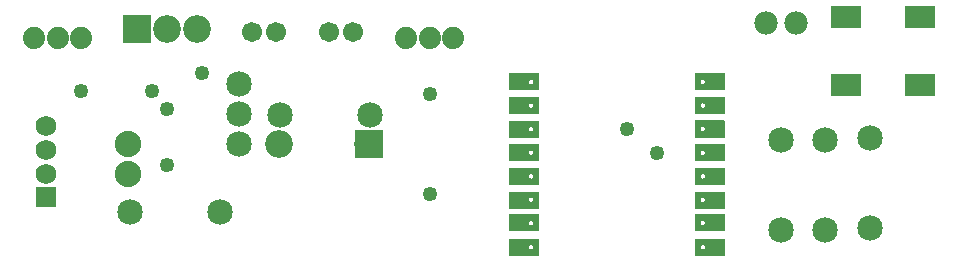
<source format=gts>
G04 MADE WITH FRITZING*
G04 WWW.FRITZING.ORG*
G04 DOUBLE SIDED*
G04 HOLES PLATED*
G04 CONTOUR ON CENTER OF CONTOUR VECTOR*
%ASAXBY*%
%FSLAX23Y23*%
%MOIN*%
%OFA0B0*%
%SFA1.0B1.0*%
%ADD10C,0.049370*%
%ADD11C,0.085000*%
%ADD12C,0.092000*%
%ADD13C,0.069200*%
%ADD14C,0.077559*%
%ADD15C,0.067000*%
%ADD16C,0.074000*%
%ADD17C,0.088000*%
%ADD18R,0.092000X0.092000*%
%ADD19R,0.069200X0.069200*%
%ADD20R,0.100551X0.072992*%
%ADD21R,0.001000X0.001000*%
%LNMASK1*%
G90*
G70*
G54D10*
X2088Y464D03*
X2187Y385D03*
G54D11*
X792Y615D03*
X792Y515D03*
X792Y415D03*
G54D12*
X1225Y415D03*
X927Y415D03*
G54D13*
X149Y238D03*
X149Y474D03*
X149Y395D03*
X149Y316D03*
G54D14*
X2650Y818D03*
X2550Y818D03*
G54D15*
X838Y789D03*
X917Y789D03*
X838Y789D03*
X917Y789D03*
G54D16*
X1350Y769D03*
X1429Y769D03*
X1508Y769D03*
X1350Y769D03*
X1429Y769D03*
X1508Y769D03*
G54D15*
X1094Y789D03*
X1173Y789D03*
X1094Y789D03*
X1173Y789D03*
G54D12*
X455Y799D03*
X555Y799D03*
X655Y799D03*
G54D11*
X930Y513D03*
X1230Y513D03*
X2896Y434D03*
X2896Y134D03*
G54D10*
X553Y533D03*
G54D11*
X730Y188D03*
X430Y188D03*
X2600Y129D03*
X2600Y429D03*
X2748Y129D03*
X2748Y429D03*
G54D17*
X425Y415D03*
X425Y315D03*
G54D10*
X553Y346D03*
X1429Y248D03*
X1429Y582D03*
G54D16*
X110Y769D03*
X189Y769D03*
X268Y769D03*
X110Y769D03*
X189Y769D03*
X268Y769D03*
G54D10*
X671Y651D03*
X504Y592D03*
X268Y592D03*
G54D18*
X1226Y415D03*
G54D19*
X149Y238D03*
G54D18*
X455Y799D03*
G54D20*
X2817Y838D03*
X3065Y838D03*
X2817Y612D03*
X3065Y612D03*
G54D21*
X1694Y650D02*
X1792Y650D01*
X2314Y650D02*
X2412Y650D01*
X1694Y649D02*
X1792Y649D01*
X2314Y649D02*
X2412Y649D01*
X1694Y648D02*
X1792Y648D01*
X2314Y648D02*
X2412Y648D01*
X1694Y647D02*
X1792Y647D01*
X2314Y647D02*
X2412Y647D01*
X1694Y646D02*
X1792Y646D01*
X2314Y646D02*
X2412Y646D01*
X1694Y645D02*
X1792Y645D01*
X2314Y645D02*
X2412Y645D01*
X1694Y644D02*
X1792Y644D01*
X2314Y644D02*
X2412Y644D01*
X1694Y643D02*
X1792Y643D01*
X2314Y643D02*
X2412Y643D01*
X1694Y642D02*
X1792Y642D01*
X2314Y642D02*
X2412Y642D01*
X1694Y641D02*
X1792Y641D01*
X2314Y641D02*
X2412Y641D01*
X1694Y640D02*
X1792Y640D01*
X2314Y640D02*
X2412Y640D01*
X1694Y639D02*
X1792Y639D01*
X2314Y639D02*
X2412Y639D01*
X1694Y638D02*
X1792Y638D01*
X2314Y638D02*
X2412Y638D01*
X1694Y637D02*
X1792Y637D01*
X2314Y637D02*
X2412Y637D01*
X1694Y636D02*
X1792Y636D01*
X2314Y636D02*
X2412Y636D01*
X1694Y635D02*
X1792Y635D01*
X2314Y635D02*
X2412Y635D01*
X1694Y634D02*
X1792Y634D01*
X2314Y634D02*
X2412Y634D01*
X1694Y633D02*
X1792Y633D01*
X2314Y633D02*
X2412Y633D01*
X1694Y632D02*
X1792Y632D01*
X2314Y632D02*
X2412Y632D01*
X1694Y631D02*
X1792Y631D01*
X2314Y631D02*
X2412Y631D01*
X1694Y630D02*
X1792Y630D01*
X2314Y630D02*
X2412Y630D01*
X1694Y629D02*
X1766Y629D01*
X1768Y629D02*
X1792Y629D01*
X2314Y629D02*
X2338Y629D01*
X2340Y629D02*
X2412Y629D01*
X1694Y628D02*
X1763Y628D01*
X1771Y628D02*
X1792Y628D01*
X2314Y628D02*
X2335Y628D01*
X2343Y628D02*
X2412Y628D01*
X1694Y627D02*
X1762Y627D01*
X1773Y627D02*
X1792Y627D01*
X2314Y627D02*
X2334Y627D01*
X2345Y627D02*
X2412Y627D01*
X1694Y626D02*
X1761Y626D01*
X1773Y626D02*
X1792Y626D01*
X2314Y626D02*
X2333Y626D01*
X2345Y626D02*
X2412Y626D01*
X1694Y625D02*
X1760Y625D01*
X1774Y625D02*
X1792Y625D01*
X2314Y625D02*
X2332Y625D01*
X2346Y625D02*
X2412Y625D01*
X1694Y624D02*
X1760Y624D01*
X1774Y624D02*
X1792Y624D01*
X2314Y624D02*
X2332Y624D01*
X2347Y624D02*
X2412Y624D01*
X1694Y623D02*
X1760Y623D01*
X1775Y623D02*
X1792Y623D01*
X2314Y623D02*
X2332Y623D01*
X2347Y623D02*
X2412Y623D01*
X1694Y622D02*
X1759Y622D01*
X1775Y622D02*
X1792Y622D01*
X2314Y622D02*
X2332Y622D01*
X2347Y622D02*
X2412Y622D01*
X1694Y621D02*
X1760Y621D01*
X1775Y621D02*
X1792Y621D01*
X2314Y621D02*
X2332Y621D01*
X2347Y621D02*
X2412Y621D01*
X1694Y620D02*
X1760Y620D01*
X1775Y620D02*
X1792Y620D01*
X2314Y620D02*
X2332Y620D01*
X2347Y620D02*
X2412Y620D01*
X1694Y619D02*
X1760Y619D01*
X1774Y619D02*
X1792Y619D01*
X2314Y619D02*
X2332Y619D01*
X2346Y619D02*
X2412Y619D01*
X1694Y618D02*
X1761Y618D01*
X1774Y618D02*
X1792Y618D01*
X2314Y618D02*
X2333Y618D01*
X2346Y618D02*
X2412Y618D01*
X1694Y617D02*
X1761Y617D01*
X1773Y617D02*
X1792Y617D01*
X2314Y617D02*
X2333Y617D01*
X2345Y617D02*
X2412Y617D01*
X1694Y616D02*
X1763Y616D01*
X1772Y616D02*
X1792Y616D01*
X2314Y616D02*
X2335Y616D01*
X2344Y616D02*
X2412Y616D01*
X1694Y615D02*
X1764Y615D01*
X1770Y615D02*
X1792Y615D01*
X2314Y615D02*
X2337Y615D01*
X2342Y615D02*
X2412Y615D01*
X1694Y614D02*
X1792Y614D01*
X2314Y614D02*
X2412Y614D01*
X1694Y613D02*
X1792Y613D01*
X2314Y613D02*
X2412Y613D01*
X1694Y612D02*
X1792Y612D01*
X2314Y612D02*
X2412Y612D01*
X1694Y611D02*
X1792Y611D01*
X2314Y611D02*
X2412Y611D01*
X1694Y610D02*
X1792Y610D01*
X2314Y610D02*
X2412Y610D01*
X1694Y609D02*
X1792Y609D01*
X2314Y609D02*
X2412Y609D01*
X1694Y608D02*
X1792Y608D01*
X2314Y608D02*
X2412Y608D01*
X1694Y607D02*
X1792Y607D01*
X2314Y607D02*
X2412Y607D01*
X1694Y606D02*
X1792Y606D01*
X2314Y606D02*
X2412Y606D01*
X1694Y605D02*
X1792Y605D01*
X2314Y605D02*
X2412Y605D01*
X1694Y604D02*
X1792Y604D01*
X2314Y604D02*
X2412Y604D01*
X1694Y603D02*
X1792Y603D01*
X2314Y603D02*
X2412Y603D01*
X1694Y602D02*
X1792Y602D01*
X2314Y602D02*
X2412Y602D01*
X1694Y601D02*
X1792Y601D01*
X2314Y601D02*
X2412Y601D01*
X1694Y600D02*
X1792Y600D01*
X2314Y600D02*
X2412Y600D01*
X1694Y599D02*
X1792Y599D01*
X2314Y599D02*
X2412Y599D01*
X1694Y598D02*
X1792Y598D01*
X2314Y598D02*
X2412Y598D01*
X1694Y597D02*
X1792Y597D01*
X2314Y597D02*
X2412Y597D01*
X1694Y596D02*
X1792Y596D01*
X2314Y596D02*
X2412Y596D01*
X1694Y595D02*
X1792Y595D01*
X2314Y595D02*
X2412Y595D01*
X1694Y594D02*
X1792Y594D01*
X2314Y594D02*
X2412Y594D01*
X1694Y571D02*
X1792Y571D01*
X2314Y571D02*
X2412Y571D01*
X1694Y570D02*
X1792Y570D01*
X2314Y570D02*
X2412Y570D01*
X1694Y569D02*
X1792Y569D01*
X2314Y569D02*
X2412Y569D01*
X1694Y568D02*
X1792Y568D01*
X2314Y568D02*
X2412Y568D01*
X1694Y567D02*
X1792Y567D01*
X2314Y567D02*
X2412Y567D01*
X1694Y566D02*
X1792Y566D01*
X2314Y566D02*
X2412Y566D01*
X1694Y565D02*
X1792Y565D01*
X2314Y565D02*
X2412Y565D01*
X1694Y564D02*
X1792Y564D01*
X2314Y564D02*
X2412Y564D01*
X1694Y563D02*
X1792Y563D01*
X2314Y563D02*
X2412Y563D01*
X1694Y562D02*
X1792Y562D01*
X2314Y562D02*
X2412Y562D01*
X1694Y561D02*
X1792Y561D01*
X2314Y561D02*
X2412Y561D01*
X1694Y560D02*
X1792Y560D01*
X2314Y560D02*
X2412Y560D01*
X1694Y559D02*
X1792Y559D01*
X2314Y559D02*
X2412Y559D01*
X1694Y558D02*
X1792Y558D01*
X2314Y558D02*
X2412Y558D01*
X1694Y557D02*
X1792Y557D01*
X2314Y557D02*
X2412Y557D01*
X1694Y556D02*
X1792Y556D01*
X2314Y556D02*
X2412Y556D01*
X1694Y555D02*
X1792Y555D01*
X2314Y555D02*
X2412Y555D01*
X1694Y554D02*
X1792Y554D01*
X2314Y554D02*
X2412Y554D01*
X1694Y553D02*
X1792Y553D01*
X2314Y553D02*
X2412Y553D01*
X1694Y552D02*
X1792Y552D01*
X2314Y552D02*
X2412Y552D01*
X1694Y551D02*
X1792Y551D01*
X2314Y551D02*
X2412Y551D01*
X1694Y550D02*
X1765Y550D01*
X1769Y550D02*
X1792Y550D01*
X2314Y550D02*
X2337Y550D01*
X2342Y550D02*
X2412Y550D01*
X1694Y549D02*
X1763Y549D01*
X1772Y549D02*
X1792Y549D01*
X2314Y549D02*
X2335Y549D01*
X2344Y549D02*
X2412Y549D01*
X1694Y548D02*
X1761Y548D01*
X1773Y548D02*
X1792Y548D01*
X2314Y548D02*
X2333Y548D01*
X2345Y548D02*
X2412Y548D01*
X1694Y547D02*
X1761Y547D01*
X1774Y547D02*
X1792Y547D01*
X2314Y547D02*
X2333Y547D01*
X2346Y547D02*
X2412Y547D01*
X1694Y546D02*
X1760Y546D01*
X1774Y546D02*
X1792Y546D01*
X2314Y546D02*
X2332Y546D01*
X2346Y546D02*
X2412Y546D01*
X1694Y545D02*
X1760Y545D01*
X1774Y545D02*
X1792Y545D01*
X2314Y545D02*
X2332Y545D01*
X2347Y545D02*
X2412Y545D01*
X1694Y544D02*
X1760Y544D01*
X1775Y544D02*
X1792Y544D01*
X2314Y544D02*
X2332Y544D01*
X2347Y544D02*
X2412Y544D01*
X1694Y543D02*
X1759Y543D01*
X1775Y543D02*
X1792Y543D01*
X2314Y543D02*
X2332Y543D01*
X2347Y543D02*
X2412Y543D01*
X1694Y542D02*
X1760Y542D01*
X1775Y542D02*
X1792Y542D01*
X2314Y542D02*
X2332Y542D01*
X2347Y542D02*
X2412Y542D01*
X1694Y541D02*
X1760Y541D01*
X1774Y541D02*
X1792Y541D01*
X2314Y541D02*
X2332Y541D01*
X2347Y541D02*
X2412Y541D01*
X1694Y540D02*
X1760Y540D01*
X1774Y540D02*
X1792Y540D01*
X2314Y540D02*
X2332Y540D01*
X2346Y540D02*
X2412Y540D01*
X1694Y539D02*
X1761Y539D01*
X1773Y539D02*
X1792Y539D01*
X2314Y539D02*
X2333Y539D01*
X2345Y539D02*
X2412Y539D01*
X1694Y538D02*
X1762Y538D01*
X1773Y538D02*
X1792Y538D01*
X2314Y538D02*
X2334Y538D01*
X2345Y538D02*
X2412Y538D01*
X1694Y537D02*
X1763Y537D01*
X1771Y537D02*
X1792Y537D01*
X2314Y537D02*
X2335Y537D01*
X2343Y537D02*
X2412Y537D01*
X1694Y536D02*
X1765Y536D01*
X1769Y536D02*
X1792Y536D01*
X2314Y536D02*
X2338Y536D01*
X2340Y536D02*
X2412Y536D01*
X1694Y535D02*
X1792Y535D01*
X2314Y535D02*
X2412Y535D01*
X1694Y534D02*
X1792Y534D01*
X2314Y534D02*
X2412Y534D01*
X1694Y533D02*
X1792Y533D01*
X2314Y533D02*
X2412Y533D01*
X1694Y532D02*
X1792Y532D01*
X2314Y532D02*
X2412Y532D01*
X1694Y531D02*
X1792Y531D01*
X2314Y531D02*
X2412Y531D01*
X1694Y530D02*
X1792Y530D01*
X2314Y530D02*
X2412Y530D01*
X1694Y529D02*
X1792Y529D01*
X2314Y529D02*
X2412Y529D01*
X1694Y528D02*
X1792Y528D01*
X2314Y528D02*
X2412Y528D01*
X1694Y527D02*
X1792Y527D01*
X2314Y527D02*
X2412Y527D01*
X1694Y526D02*
X1792Y526D01*
X2314Y526D02*
X2412Y526D01*
X1694Y525D02*
X1792Y525D01*
X2314Y525D02*
X2412Y525D01*
X1694Y524D02*
X1792Y524D01*
X2314Y524D02*
X2412Y524D01*
X1694Y523D02*
X1792Y523D01*
X2314Y523D02*
X2412Y523D01*
X1694Y522D02*
X1792Y522D01*
X2314Y522D02*
X2412Y522D01*
X1694Y521D02*
X1792Y521D01*
X2314Y521D02*
X2412Y521D01*
X1694Y520D02*
X1792Y520D01*
X2314Y520D02*
X2412Y520D01*
X1694Y519D02*
X1792Y519D01*
X2314Y519D02*
X2412Y519D01*
X1694Y518D02*
X1792Y518D01*
X2314Y518D02*
X2412Y518D01*
X1694Y517D02*
X1792Y517D01*
X2314Y517D02*
X2412Y517D01*
X1694Y516D02*
X1792Y516D01*
X2314Y516D02*
X2412Y516D01*
X1694Y515D02*
X1792Y515D01*
X2314Y515D02*
X2412Y515D01*
X2315Y493D02*
X2411Y493D01*
X1694Y492D02*
X1792Y492D01*
X2314Y492D02*
X2412Y492D01*
X1694Y491D02*
X1792Y491D01*
X2314Y491D02*
X2412Y491D01*
X1694Y490D02*
X1792Y490D01*
X2314Y490D02*
X2412Y490D01*
X1694Y489D02*
X1792Y489D01*
X2314Y489D02*
X2412Y489D01*
X1694Y488D02*
X1792Y488D01*
X2314Y488D02*
X2412Y488D01*
X1694Y487D02*
X1792Y487D01*
X2314Y487D02*
X2412Y487D01*
X1694Y486D02*
X1792Y486D01*
X2314Y486D02*
X2412Y486D01*
X1694Y485D02*
X1792Y485D01*
X2314Y485D02*
X2412Y485D01*
X1694Y484D02*
X1792Y484D01*
X2314Y484D02*
X2412Y484D01*
X1694Y483D02*
X1792Y483D01*
X2314Y483D02*
X2412Y483D01*
X1694Y482D02*
X1792Y482D01*
X2314Y482D02*
X2412Y482D01*
X1694Y481D02*
X1792Y481D01*
X2314Y481D02*
X2412Y481D01*
X1694Y480D02*
X1792Y480D01*
X2314Y480D02*
X2412Y480D01*
X1694Y479D02*
X1792Y479D01*
X2314Y479D02*
X2412Y479D01*
X1694Y478D02*
X1792Y478D01*
X2314Y478D02*
X2412Y478D01*
X1694Y477D02*
X1792Y477D01*
X2314Y477D02*
X2412Y477D01*
X1694Y476D02*
X1792Y476D01*
X2314Y476D02*
X2412Y476D01*
X1694Y475D02*
X1792Y475D01*
X2314Y475D02*
X2412Y475D01*
X1694Y474D02*
X1792Y474D01*
X2314Y474D02*
X2412Y474D01*
X1694Y473D02*
X1792Y473D01*
X2314Y473D02*
X2412Y473D01*
X1694Y472D02*
X1792Y472D01*
X2314Y472D02*
X2412Y472D01*
X1694Y471D02*
X1764Y471D01*
X1770Y471D02*
X1792Y471D01*
X2314Y471D02*
X2336Y471D01*
X2343Y471D02*
X2412Y471D01*
X1694Y470D02*
X1762Y470D01*
X1772Y470D02*
X1792Y470D01*
X2314Y470D02*
X2334Y470D01*
X2344Y470D02*
X2412Y470D01*
X1694Y469D02*
X1761Y469D01*
X1773Y469D02*
X1792Y469D01*
X2314Y469D02*
X2333Y469D01*
X2345Y469D02*
X2412Y469D01*
X1694Y468D02*
X1761Y468D01*
X1774Y468D02*
X1792Y468D01*
X2314Y468D02*
X2332Y468D01*
X2346Y468D02*
X2412Y468D01*
X1694Y467D02*
X1760Y467D01*
X1774Y467D02*
X1792Y467D01*
X2314Y467D02*
X2332Y467D01*
X2346Y467D02*
X2412Y467D01*
X1694Y466D02*
X1760Y466D01*
X1775Y466D02*
X1792Y466D01*
X2314Y466D02*
X2332Y466D01*
X2347Y466D02*
X2412Y466D01*
X1694Y465D02*
X1760Y465D01*
X1775Y465D02*
X1792Y465D01*
X2314Y465D02*
X2332Y465D01*
X2347Y465D02*
X2412Y465D01*
X1694Y464D02*
X1760Y464D01*
X1775Y464D02*
X1792Y464D01*
X2314Y464D02*
X2332Y464D01*
X2347Y464D02*
X2412Y464D01*
X1694Y463D02*
X1760Y463D01*
X1775Y463D02*
X1792Y463D01*
X2314Y463D02*
X2332Y463D01*
X2347Y463D02*
X2412Y463D01*
X1694Y462D02*
X1760Y462D01*
X1774Y462D02*
X1792Y462D01*
X2314Y462D02*
X2332Y462D01*
X2346Y462D02*
X2412Y462D01*
X1694Y461D02*
X1760Y461D01*
X1774Y461D02*
X1792Y461D01*
X2314Y461D02*
X2332Y461D01*
X2346Y461D02*
X2412Y461D01*
X1694Y460D02*
X1761Y460D01*
X1773Y460D02*
X1792Y460D01*
X2314Y460D02*
X2333Y460D01*
X2345Y460D02*
X2412Y460D01*
X1694Y459D02*
X1762Y459D01*
X1772Y459D02*
X1792Y459D01*
X2314Y459D02*
X2334Y459D01*
X2344Y459D02*
X2412Y459D01*
X1694Y458D02*
X1763Y458D01*
X1771Y458D02*
X1792Y458D01*
X2314Y458D02*
X2335Y458D01*
X2343Y458D02*
X2412Y458D01*
X1694Y457D02*
X1792Y457D01*
X2314Y457D02*
X2412Y457D01*
X1694Y456D02*
X1792Y456D01*
X2314Y456D02*
X2412Y456D01*
X1694Y455D02*
X1792Y455D01*
X2314Y455D02*
X2412Y455D01*
X1694Y454D02*
X1792Y454D01*
X2314Y454D02*
X2412Y454D01*
X1694Y453D02*
X1792Y453D01*
X2314Y453D02*
X2412Y453D01*
X1694Y452D02*
X1792Y452D01*
X2314Y452D02*
X2412Y452D01*
X1694Y451D02*
X1792Y451D01*
X2314Y451D02*
X2412Y451D01*
X1694Y450D02*
X1792Y450D01*
X2314Y450D02*
X2412Y450D01*
X1694Y449D02*
X1792Y449D01*
X2314Y449D02*
X2412Y449D01*
X1694Y448D02*
X1792Y448D01*
X2314Y448D02*
X2412Y448D01*
X1694Y447D02*
X1792Y447D01*
X2314Y447D02*
X2412Y447D01*
X1694Y446D02*
X1792Y446D01*
X2314Y446D02*
X2412Y446D01*
X1694Y445D02*
X1792Y445D01*
X2314Y445D02*
X2412Y445D01*
X1694Y444D02*
X1792Y444D01*
X2314Y444D02*
X2412Y444D01*
X1694Y443D02*
X1792Y443D01*
X2314Y443D02*
X2412Y443D01*
X1694Y442D02*
X1792Y442D01*
X2314Y442D02*
X2412Y442D01*
X1694Y441D02*
X1792Y441D01*
X2314Y441D02*
X2412Y441D01*
X1694Y440D02*
X1792Y440D01*
X2314Y440D02*
X2412Y440D01*
X1694Y439D02*
X1792Y439D01*
X2314Y439D02*
X2412Y439D01*
X1694Y438D02*
X1792Y438D01*
X2314Y438D02*
X2412Y438D01*
X1694Y437D02*
X1792Y437D01*
X2314Y437D02*
X2412Y437D01*
X1695Y436D02*
X1792Y436D01*
X2315Y436D02*
X2412Y436D01*
X1695Y414D02*
X1792Y414D01*
X2314Y414D02*
X2412Y414D01*
X1694Y413D02*
X1792Y413D01*
X2314Y413D02*
X2412Y413D01*
X1694Y412D02*
X1792Y412D01*
X2314Y412D02*
X2412Y412D01*
X1694Y411D02*
X1792Y411D01*
X2314Y411D02*
X2412Y411D01*
X1694Y410D02*
X1792Y410D01*
X2314Y410D02*
X2412Y410D01*
X1694Y409D02*
X1792Y409D01*
X2314Y409D02*
X2412Y409D01*
X1694Y408D02*
X1792Y408D01*
X2314Y408D02*
X2412Y408D01*
X1694Y407D02*
X1792Y407D01*
X2314Y407D02*
X2412Y407D01*
X1694Y406D02*
X1792Y406D01*
X2314Y406D02*
X2412Y406D01*
X1694Y405D02*
X1792Y405D01*
X2314Y405D02*
X2412Y405D01*
X1694Y404D02*
X1792Y404D01*
X2314Y404D02*
X2412Y404D01*
X1694Y403D02*
X1792Y403D01*
X2314Y403D02*
X2412Y403D01*
X1694Y402D02*
X1792Y402D01*
X2314Y402D02*
X2412Y402D01*
X1694Y401D02*
X1792Y401D01*
X2314Y401D02*
X2412Y401D01*
X1694Y400D02*
X1792Y400D01*
X2314Y400D02*
X2412Y400D01*
X1694Y399D02*
X1792Y399D01*
X2314Y399D02*
X2412Y399D01*
X1694Y398D02*
X1792Y398D01*
X2314Y398D02*
X2412Y398D01*
X1694Y397D02*
X1792Y397D01*
X2314Y397D02*
X2412Y397D01*
X1694Y396D02*
X1792Y396D01*
X2314Y396D02*
X2412Y396D01*
X1694Y395D02*
X1792Y395D01*
X2314Y395D02*
X2412Y395D01*
X1694Y394D02*
X1792Y394D01*
X2314Y394D02*
X2412Y394D01*
X1694Y393D02*
X1792Y393D01*
X2314Y393D02*
X2412Y393D01*
X1694Y392D02*
X1763Y392D01*
X1771Y392D02*
X1792Y392D01*
X2314Y392D02*
X2335Y392D01*
X2343Y392D02*
X2412Y392D01*
X1694Y391D02*
X1762Y391D01*
X1772Y391D02*
X1792Y391D01*
X2314Y391D02*
X2334Y391D01*
X2344Y391D02*
X2412Y391D01*
X1694Y390D02*
X1761Y390D01*
X1773Y390D02*
X1792Y390D01*
X2314Y390D02*
X2333Y390D01*
X2345Y390D02*
X2412Y390D01*
X1694Y389D02*
X1760Y389D01*
X1774Y389D02*
X1792Y389D01*
X2314Y389D02*
X2332Y389D01*
X2346Y389D02*
X2412Y389D01*
X1694Y388D02*
X1760Y388D01*
X1774Y388D02*
X1792Y388D01*
X2314Y388D02*
X2332Y388D01*
X2346Y388D02*
X2412Y388D01*
X1694Y387D02*
X1760Y387D01*
X1775Y387D02*
X1792Y387D01*
X2314Y387D02*
X2332Y387D01*
X2347Y387D02*
X2412Y387D01*
X1694Y386D02*
X1760Y386D01*
X1775Y386D02*
X1792Y386D01*
X2314Y386D02*
X2332Y386D01*
X2347Y386D02*
X2412Y386D01*
X1694Y385D02*
X1760Y385D01*
X1775Y385D02*
X1792Y385D01*
X2314Y385D02*
X2332Y385D01*
X2347Y385D02*
X2412Y385D01*
X1694Y384D02*
X1760Y384D01*
X1775Y384D02*
X1792Y384D01*
X2314Y384D02*
X2332Y384D01*
X2347Y384D02*
X2412Y384D01*
X1694Y383D02*
X1760Y383D01*
X1774Y383D02*
X1792Y383D01*
X2314Y383D02*
X2332Y383D01*
X2346Y383D02*
X2412Y383D01*
X1694Y382D02*
X1760Y382D01*
X1774Y382D02*
X1792Y382D01*
X2314Y382D02*
X2333Y382D01*
X2346Y382D02*
X2412Y382D01*
X1694Y381D02*
X1761Y381D01*
X1773Y381D02*
X1792Y381D01*
X2314Y381D02*
X2333Y381D01*
X2345Y381D02*
X2412Y381D01*
X1694Y380D02*
X1762Y380D01*
X1772Y380D02*
X1792Y380D01*
X2314Y380D02*
X2334Y380D01*
X2344Y380D02*
X2412Y380D01*
X1694Y379D02*
X1764Y379D01*
X1770Y379D02*
X1792Y379D01*
X2314Y379D02*
X2336Y379D01*
X2342Y379D02*
X2412Y379D01*
X1694Y378D02*
X1792Y378D01*
X2314Y378D02*
X2412Y378D01*
X1694Y377D02*
X1792Y377D01*
X2314Y377D02*
X2412Y377D01*
X1694Y376D02*
X1792Y376D01*
X2314Y376D02*
X2412Y376D01*
X1694Y375D02*
X1792Y375D01*
X2314Y375D02*
X2412Y375D01*
X1694Y374D02*
X1792Y374D01*
X2314Y374D02*
X2412Y374D01*
X1694Y373D02*
X1792Y373D01*
X2314Y373D02*
X2412Y373D01*
X1694Y372D02*
X1792Y372D01*
X2314Y372D02*
X2412Y372D01*
X1694Y371D02*
X1792Y371D01*
X2314Y371D02*
X2412Y371D01*
X1694Y370D02*
X1792Y370D01*
X2314Y370D02*
X2412Y370D01*
X1694Y369D02*
X1792Y369D01*
X2314Y369D02*
X2412Y369D01*
X1694Y368D02*
X1792Y368D01*
X2314Y368D02*
X2412Y368D01*
X1694Y367D02*
X1792Y367D01*
X2314Y367D02*
X2412Y367D01*
X1694Y366D02*
X1792Y366D01*
X2314Y366D02*
X2412Y366D01*
X1694Y365D02*
X1792Y365D01*
X2314Y365D02*
X2412Y365D01*
X1694Y364D02*
X1792Y364D01*
X2314Y364D02*
X2412Y364D01*
X1694Y363D02*
X1792Y363D01*
X2314Y363D02*
X2412Y363D01*
X1694Y362D02*
X1792Y362D01*
X2314Y362D02*
X2412Y362D01*
X1694Y361D02*
X1792Y361D01*
X2314Y361D02*
X2412Y361D01*
X1694Y360D02*
X1792Y360D01*
X2314Y360D02*
X2412Y360D01*
X1694Y359D02*
X1792Y359D01*
X2314Y359D02*
X2412Y359D01*
X1694Y358D02*
X1792Y358D01*
X2314Y358D02*
X2412Y358D01*
X1694Y335D02*
X1792Y335D01*
X2314Y335D02*
X2412Y335D01*
X1694Y334D02*
X1792Y334D01*
X2314Y334D02*
X2412Y334D01*
X1694Y333D02*
X1792Y333D01*
X2314Y333D02*
X2412Y333D01*
X1694Y332D02*
X1792Y332D01*
X2314Y332D02*
X2412Y332D01*
X1694Y331D02*
X1792Y331D01*
X2314Y331D02*
X2412Y331D01*
X1694Y330D02*
X1792Y330D01*
X2314Y330D02*
X2412Y330D01*
X1694Y329D02*
X1792Y329D01*
X2314Y329D02*
X2412Y329D01*
X1694Y328D02*
X1792Y328D01*
X2314Y328D02*
X2412Y328D01*
X1694Y327D02*
X1792Y327D01*
X2314Y327D02*
X2412Y327D01*
X1694Y326D02*
X1792Y326D01*
X2314Y326D02*
X2412Y326D01*
X1694Y325D02*
X1792Y325D01*
X2314Y325D02*
X2412Y325D01*
X1694Y324D02*
X1792Y324D01*
X2314Y324D02*
X2412Y324D01*
X1694Y323D02*
X1792Y323D01*
X2314Y323D02*
X2412Y323D01*
X1694Y322D02*
X1792Y322D01*
X2314Y322D02*
X2412Y322D01*
X1694Y321D02*
X1792Y321D01*
X2314Y321D02*
X2412Y321D01*
X1694Y320D02*
X1792Y320D01*
X2314Y320D02*
X2412Y320D01*
X1694Y319D02*
X1792Y319D01*
X2314Y319D02*
X2412Y319D01*
X1694Y318D02*
X1792Y318D01*
X2314Y318D02*
X2412Y318D01*
X1694Y317D02*
X1792Y317D01*
X2314Y317D02*
X2412Y317D01*
X1694Y316D02*
X1792Y316D01*
X2314Y316D02*
X2412Y316D01*
X1694Y315D02*
X1792Y315D01*
X2314Y315D02*
X2412Y315D01*
X1694Y314D02*
X1766Y314D01*
X1768Y314D02*
X1792Y314D01*
X2314Y314D02*
X2337Y314D01*
X2341Y314D02*
X2412Y314D01*
X1694Y313D02*
X1763Y313D01*
X1771Y313D02*
X1792Y313D01*
X2314Y313D02*
X2335Y313D01*
X2344Y313D02*
X2412Y313D01*
X1694Y312D02*
X1762Y312D01*
X1773Y312D02*
X1792Y312D01*
X2314Y312D02*
X2334Y312D01*
X2345Y312D02*
X2412Y312D01*
X1694Y311D02*
X1761Y311D01*
X1774Y311D02*
X1792Y311D01*
X2314Y311D02*
X2333Y311D01*
X2346Y311D02*
X2412Y311D01*
X1694Y310D02*
X1760Y310D01*
X1774Y310D02*
X1792Y310D01*
X2314Y310D02*
X2332Y310D01*
X2346Y310D02*
X2412Y310D01*
X1694Y309D02*
X1760Y309D01*
X1775Y309D02*
X1792Y309D01*
X2314Y309D02*
X2332Y309D01*
X2347Y309D02*
X2412Y309D01*
X1694Y308D02*
X1760Y308D01*
X1775Y308D02*
X1792Y308D01*
X2314Y308D02*
X2332Y308D01*
X2347Y308D02*
X2412Y308D01*
X1694Y307D02*
X1760Y307D01*
X1775Y307D02*
X1792Y307D01*
X2314Y307D02*
X2332Y307D01*
X2347Y307D02*
X2412Y307D01*
X1694Y306D02*
X1760Y306D01*
X1775Y306D02*
X1792Y306D01*
X2314Y306D02*
X2332Y306D01*
X2347Y306D02*
X2412Y306D01*
X1694Y305D02*
X1760Y305D01*
X1775Y305D02*
X1792Y305D01*
X2314Y305D02*
X2332Y305D01*
X2347Y305D02*
X2412Y305D01*
X1694Y304D02*
X1760Y304D01*
X1774Y304D02*
X1792Y304D01*
X2314Y304D02*
X2332Y304D01*
X2346Y304D02*
X2412Y304D01*
X1694Y303D02*
X1761Y303D01*
X1774Y303D02*
X1792Y303D01*
X2314Y303D02*
X2333Y303D01*
X2346Y303D02*
X2412Y303D01*
X1694Y302D02*
X1761Y302D01*
X1773Y302D02*
X1792Y302D01*
X2314Y302D02*
X2334Y302D01*
X2345Y302D02*
X2412Y302D01*
X1694Y301D02*
X1763Y301D01*
X1772Y301D02*
X1792Y301D01*
X2314Y301D02*
X2335Y301D01*
X2344Y301D02*
X2412Y301D01*
X1694Y300D02*
X1765Y300D01*
X1770Y300D02*
X1792Y300D01*
X2314Y300D02*
X2337Y300D01*
X2341Y300D02*
X2412Y300D01*
X1694Y299D02*
X1792Y299D01*
X2314Y299D02*
X2412Y299D01*
X1694Y298D02*
X1792Y298D01*
X2314Y298D02*
X2412Y298D01*
X1694Y297D02*
X1792Y297D01*
X2314Y297D02*
X2412Y297D01*
X1694Y296D02*
X1792Y296D01*
X2314Y296D02*
X2412Y296D01*
X1694Y295D02*
X1792Y295D01*
X2314Y295D02*
X2412Y295D01*
X1694Y294D02*
X1792Y294D01*
X2314Y294D02*
X2412Y294D01*
X1694Y293D02*
X1792Y293D01*
X2314Y293D02*
X2412Y293D01*
X1694Y292D02*
X1792Y292D01*
X2314Y292D02*
X2412Y292D01*
X1694Y291D02*
X1792Y291D01*
X2314Y291D02*
X2412Y291D01*
X1694Y290D02*
X1792Y290D01*
X2314Y290D02*
X2412Y290D01*
X1694Y289D02*
X1792Y289D01*
X2314Y289D02*
X2412Y289D01*
X1694Y288D02*
X1792Y288D01*
X2314Y288D02*
X2412Y288D01*
X1694Y287D02*
X1792Y287D01*
X2314Y287D02*
X2412Y287D01*
X1694Y286D02*
X1792Y286D01*
X2314Y286D02*
X2412Y286D01*
X1694Y285D02*
X1792Y285D01*
X2314Y285D02*
X2412Y285D01*
X1694Y284D02*
X1792Y284D01*
X2314Y284D02*
X2412Y284D01*
X1694Y283D02*
X1792Y283D01*
X2314Y283D02*
X2412Y283D01*
X1694Y282D02*
X1792Y282D01*
X2314Y282D02*
X2412Y282D01*
X1694Y281D02*
X1792Y281D01*
X2314Y281D02*
X2412Y281D01*
X1694Y280D02*
X1792Y280D01*
X2314Y280D02*
X2412Y280D01*
X1694Y279D02*
X1792Y279D01*
X2314Y279D02*
X2412Y279D01*
X1694Y256D02*
X1792Y256D01*
X2314Y256D02*
X2412Y256D01*
X1694Y255D02*
X1792Y255D01*
X2314Y255D02*
X2412Y255D01*
X1694Y254D02*
X1792Y254D01*
X2314Y254D02*
X2412Y254D01*
X1694Y253D02*
X1792Y253D01*
X2314Y253D02*
X2412Y253D01*
X1694Y252D02*
X1792Y252D01*
X2314Y252D02*
X2412Y252D01*
X1694Y251D02*
X1792Y251D01*
X2314Y251D02*
X2412Y251D01*
X1694Y250D02*
X1792Y250D01*
X2314Y250D02*
X2412Y250D01*
X1694Y249D02*
X1792Y249D01*
X2314Y249D02*
X2412Y249D01*
X1694Y248D02*
X1792Y248D01*
X2314Y248D02*
X2412Y248D01*
X1694Y247D02*
X1792Y247D01*
X2314Y247D02*
X2412Y247D01*
X1694Y246D02*
X1792Y246D01*
X2314Y246D02*
X2412Y246D01*
X1694Y245D02*
X1792Y245D01*
X2314Y245D02*
X2412Y245D01*
X1694Y244D02*
X1792Y244D01*
X2314Y244D02*
X2412Y244D01*
X1694Y243D02*
X1792Y243D01*
X2314Y243D02*
X2412Y243D01*
X1694Y242D02*
X1792Y242D01*
X2314Y242D02*
X2412Y242D01*
X1694Y241D02*
X1792Y241D01*
X2314Y241D02*
X2412Y241D01*
X1694Y240D02*
X1792Y240D01*
X2314Y240D02*
X2412Y240D01*
X1694Y239D02*
X1792Y239D01*
X2314Y239D02*
X2412Y239D01*
X1694Y238D02*
X1792Y238D01*
X2314Y238D02*
X2412Y238D01*
X1694Y237D02*
X1792Y237D01*
X2314Y237D02*
X2412Y237D01*
X1694Y236D02*
X1792Y236D01*
X2314Y236D02*
X2412Y236D01*
X1694Y235D02*
X1764Y235D01*
X1770Y235D02*
X1792Y235D01*
X2314Y235D02*
X2336Y235D01*
X2342Y235D02*
X2412Y235D01*
X1694Y234D02*
X1762Y234D01*
X1772Y234D02*
X1792Y234D01*
X2314Y234D02*
X2334Y234D01*
X2344Y234D02*
X2412Y234D01*
X1694Y233D02*
X1761Y233D01*
X1773Y233D02*
X1792Y233D01*
X2314Y233D02*
X2333Y233D01*
X2345Y233D02*
X2412Y233D01*
X1694Y232D02*
X1760Y232D01*
X1774Y232D02*
X1792Y232D01*
X2314Y232D02*
X2333Y232D01*
X2346Y232D02*
X2412Y232D01*
X1694Y231D02*
X1760Y231D01*
X1774Y231D02*
X1792Y231D01*
X2314Y231D02*
X2332Y231D01*
X2346Y231D02*
X2412Y231D01*
X1694Y230D02*
X1760Y230D01*
X1775Y230D02*
X1792Y230D01*
X2314Y230D02*
X2332Y230D01*
X2347Y230D02*
X2412Y230D01*
X1694Y229D02*
X1760Y229D01*
X1775Y229D02*
X1792Y229D01*
X2314Y229D02*
X2332Y229D01*
X2347Y229D02*
X2412Y229D01*
X1694Y228D02*
X1759Y228D01*
X1775Y228D02*
X1792Y228D01*
X2314Y228D02*
X2332Y228D01*
X2347Y228D02*
X2412Y228D01*
X1694Y227D02*
X1760Y227D01*
X1775Y227D02*
X1792Y227D01*
X2314Y227D02*
X2332Y227D01*
X2347Y227D02*
X2412Y227D01*
X1694Y226D02*
X1760Y226D01*
X1774Y226D02*
X1792Y226D01*
X2314Y226D02*
X2332Y226D01*
X2347Y226D02*
X2412Y226D01*
X1694Y225D02*
X1760Y225D01*
X1774Y225D02*
X1792Y225D01*
X2314Y225D02*
X2332Y225D01*
X2346Y225D02*
X2412Y225D01*
X1694Y224D02*
X1761Y224D01*
X1773Y224D02*
X1792Y224D01*
X2314Y224D02*
X2333Y224D01*
X2345Y224D02*
X2412Y224D01*
X1694Y223D02*
X1762Y223D01*
X1772Y223D02*
X1792Y223D01*
X2314Y223D02*
X2334Y223D01*
X2344Y223D02*
X2412Y223D01*
X1694Y222D02*
X1763Y222D01*
X1771Y222D02*
X1792Y222D01*
X2314Y222D02*
X2335Y222D01*
X2343Y222D02*
X2412Y222D01*
X1694Y221D02*
X1792Y221D01*
X2314Y221D02*
X2412Y221D01*
X1694Y220D02*
X1792Y220D01*
X2314Y220D02*
X2412Y220D01*
X1694Y219D02*
X1792Y219D01*
X2314Y219D02*
X2412Y219D01*
X1694Y218D02*
X1792Y218D01*
X2314Y218D02*
X2412Y218D01*
X1694Y217D02*
X1792Y217D01*
X2314Y217D02*
X2412Y217D01*
X1694Y216D02*
X1792Y216D01*
X2314Y216D02*
X2412Y216D01*
X1694Y215D02*
X1792Y215D01*
X2314Y215D02*
X2412Y215D01*
X1694Y214D02*
X1792Y214D01*
X2314Y214D02*
X2412Y214D01*
X1694Y213D02*
X1792Y213D01*
X2314Y213D02*
X2412Y213D01*
X1694Y212D02*
X1792Y212D01*
X2314Y212D02*
X2412Y212D01*
X1694Y211D02*
X1792Y211D01*
X2314Y211D02*
X2412Y211D01*
X1694Y210D02*
X1792Y210D01*
X2314Y210D02*
X2412Y210D01*
X1694Y209D02*
X1792Y209D01*
X2314Y209D02*
X2412Y209D01*
X1694Y208D02*
X1792Y208D01*
X2314Y208D02*
X2412Y208D01*
X1694Y207D02*
X1792Y207D01*
X2314Y207D02*
X2412Y207D01*
X1694Y206D02*
X1792Y206D01*
X2314Y206D02*
X2412Y206D01*
X1694Y205D02*
X1792Y205D01*
X2314Y205D02*
X2412Y205D01*
X1694Y204D02*
X1792Y204D01*
X2314Y204D02*
X2412Y204D01*
X1694Y203D02*
X1792Y203D01*
X2314Y203D02*
X2412Y203D01*
X1694Y202D02*
X1792Y202D01*
X2314Y202D02*
X2412Y202D01*
X1694Y201D02*
X1792Y201D01*
X2314Y201D02*
X2412Y201D01*
X1694Y200D02*
X1792Y200D01*
X2314Y200D02*
X2412Y200D01*
X1694Y180D02*
X1792Y180D01*
X2314Y180D02*
X2412Y180D01*
X1694Y179D02*
X1792Y179D01*
X2314Y179D02*
X2412Y179D01*
X1694Y178D02*
X1792Y178D01*
X2314Y178D02*
X2412Y178D01*
X1694Y177D02*
X1792Y177D01*
X2314Y177D02*
X2412Y177D01*
X1694Y176D02*
X1792Y176D01*
X2314Y176D02*
X2412Y176D01*
X1694Y175D02*
X1792Y175D01*
X2314Y175D02*
X2412Y175D01*
X1694Y174D02*
X1792Y174D01*
X2314Y174D02*
X2412Y174D01*
X1694Y173D02*
X1792Y173D01*
X2314Y173D02*
X2412Y173D01*
X1694Y172D02*
X1792Y172D01*
X2314Y172D02*
X2412Y172D01*
X1694Y171D02*
X1792Y171D01*
X2314Y171D02*
X2412Y171D01*
X1694Y170D02*
X1792Y170D01*
X2314Y170D02*
X2412Y170D01*
X1694Y169D02*
X1792Y169D01*
X2314Y169D02*
X2412Y169D01*
X1694Y168D02*
X1792Y168D01*
X2314Y168D02*
X2412Y168D01*
X1694Y167D02*
X1792Y167D01*
X2314Y167D02*
X2412Y167D01*
X1694Y166D02*
X1792Y166D01*
X2314Y166D02*
X2412Y166D01*
X1694Y165D02*
X1792Y165D01*
X2314Y165D02*
X2412Y165D01*
X1694Y164D02*
X1792Y164D01*
X2314Y164D02*
X2412Y164D01*
X1694Y163D02*
X1792Y163D01*
X2314Y163D02*
X2412Y163D01*
X1694Y162D02*
X1792Y162D01*
X2314Y162D02*
X2412Y162D01*
X1694Y161D02*
X1792Y161D01*
X2314Y161D02*
X2412Y161D01*
X1694Y160D02*
X1792Y160D01*
X2314Y160D02*
X2412Y160D01*
X1694Y159D02*
X1792Y159D01*
X2314Y159D02*
X2412Y159D01*
X1694Y158D02*
X1763Y158D01*
X1771Y158D02*
X1792Y158D01*
X2314Y158D02*
X2335Y158D01*
X2343Y158D02*
X2412Y158D01*
X1694Y157D02*
X1762Y157D01*
X1772Y157D02*
X1792Y157D01*
X2314Y157D02*
X2334Y157D01*
X2344Y157D02*
X2412Y157D01*
X1694Y156D02*
X1761Y156D01*
X1773Y156D02*
X1792Y156D01*
X2314Y156D02*
X2333Y156D01*
X2345Y156D02*
X2412Y156D01*
X1694Y155D02*
X1760Y155D01*
X1774Y155D02*
X1792Y155D01*
X2314Y155D02*
X2332Y155D01*
X2346Y155D02*
X2412Y155D01*
X1694Y154D02*
X1760Y154D01*
X1774Y154D02*
X1792Y154D01*
X2314Y154D02*
X2332Y154D01*
X2346Y154D02*
X2412Y154D01*
X1694Y153D02*
X1760Y153D01*
X1775Y153D02*
X1792Y153D01*
X2314Y153D02*
X2332Y153D01*
X2347Y153D02*
X2412Y153D01*
X1694Y152D02*
X1759Y152D01*
X1775Y152D02*
X1792Y152D01*
X2314Y152D02*
X2332Y152D01*
X2347Y152D02*
X2412Y152D01*
X1694Y151D02*
X1760Y151D01*
X1775Y151D02*
X1792Y151D01*
X2314Y151D02*
X2332Y151D01*
X2347Y151D02*
X2412Y151D01*
X1694Y150D02*
X1760Y150D01*
X1775Y150D02*
X1792Y150D01*
X2314Y150D02*
X2332Y150D01*
X2347Y150D02*
X2412Y150D01*
X1694Y149D02*
X1760Y149D01*
X1774Y149D02*
X1792Y149D01*
X2314Y149D02*
X2332Y149D01*
X2346Y149D02*
X2412Y149D01*
X1694Y148D02*
X1760Y148D01*
X1774Y148D02*
X1792Y148D01*
X2314Y148D02*
X2333Y148D01*
X2346Y148D02*
X2412Y148D01*
X1694Y147D02*
X1761Y147D01*
X1773Y147D02*
X1792Y147D01*
X2314Y147D02*
X2333Y147D01*
X2345Y147D02*
X2412Y147D01*
X1694Y146D02*
X1762Y146D01*
X1772Y146D02*
X1792Y146D01*
X2314Y146D02*
X2334Y146D01*
X2344Y146D02*
X2412Y146D01*
X1694Y145D02*
X1764Y145D01*
X1770Y145D02*
X1792Y145D01*
X2314Y145D02*
X2336Y145D01*
X2342Y145D02*
X2412Y145D01*
X1694Y144D02*
X1792Y144D01*
X2314Y144D02*
X2412Y144D01*
X1694Y143D02*
X1792Y143D01*
X2314Y143D02*
X2412Y143D01*
X1694Y142D02*
X1792Y142D01*
X2314Y142D02*
X2412Y142D01*
X1694Y141D02*
X1792Y141D01*
X2314Y141D02*
X2412Y141D01*
X1694Y140D02*
X1792Y140D01*
X2314Y140D02*
X2412Y140D01*
X1694Y139D02*
X1792Y139D01*
X2314Y139D02*
X2412Y139D01*
X1694Y138D02*
X1792Y138D01*
X2314Y138D02*
X2412Y138D01*
X1694Y137D02*
X1792Y137D01*
X2314Y137D02*
X2412Y137D01*
X1694Y136D02*
X1792Y136D01*
X2314Y136D02*
X2412Y136D01*
X1694Y135D02*
X1792Y135D01*
X2314Y135D02*
X2412Y135D01*
X1694Y134D02*
X1792Y134D01*
X2314Y134D02*
X2412Y134D01*
X1694Y133D02*
X1792Y133D01*
X2314Y133D02*
X2412Y133D01*
X1694Y132D02*
X1792Y132D01*
X2314Y132D02*
X2412Y132D01*
X1694Y131D02*
X1792Y131D01*
X2314Y131D02*
X2412Y131D01*
X1694Y130D02*
X1792Y130D01*
X2314Y130D02*
X2412Y130D01*
X1694Y129D02*
X1792Y129D01*
X2314Y129D02*
X2412Y129D01*
X1694Y128D02*
X1792Y128D01*
X2314Y128D02*
X2412Y128D01*
X1694Y127D02*
X1792Y127D01*
X2314Y127D02*
X2412Y127D01*
X1694Y126D02*
X1792Y126D01*
X2314Y126D02*
X2412Y126D01*
X1694Y125D02*
X1792Y125D01*
X2314Y125D02*
X2412Y125D01*
X1694Y124D02*
X1792Y124D01*
X2314Y124D02*
X2412Y124D01*
X1695Y99D02*
X1792Y99D01*
X2314Y99D02*
X2412Y99D01*
X1694Y98D02*
X1792Y98D01*
X2314Y98D02*
X2412Y98D01*
X1694Y97D02*
X1792Y97D01*
X2314Y97D02*
X2412Y97D01*
X1694Y96D02*
X1792Y96D01*
X2314Y96D02*
X2412Y96D01*
X1694Y95D02*
X1792Y95D01*
X2314Y95D02*
X2412Y95D01*
X1694Y94D02*
X1792Y94D01*
X2314Y94D02*
X2412Y94D01*
X1694Y93D02*
X1792Y93D01*
X2314Y93D02*
X2412Y93D01*
X1694Y92D02*
X1792Y92D01*
X2314Y92D02*
X2412Y92D01*
X1694Y91D02*
X1792Y91D01*
X2314Y91D02*
X2412Y91D01*
X1694Y90D02*
X1792Y90D01*
X2314Y90D02*
X2412Y90D01*
X1694Y89D02*
X1792Y89D01*
X2314Y89D02*
X2412Y89D01*
X1694Y88D02*
X1792Y88D01*
X2314Y88D02*
X2412Y88D01*
X1694Y87D02*
X1792Y87D01*
X2314Y87D02*
X2412Y87D01*
X1694Y86D02*
X1792Y86D01*
X2314Y86D02*
X2412Y86D01*
X1694Y85D02*
X1792Y85D01*
X2314Y85D02*
X2412Y85D01*
X1694Y84D02*
X1792Y84D01*
X2314Y84D02*
X2412Y84D01*
X1694Y83D02*
X1792Y83D01*
X2314Y83D02*
X2412Y83D01*
X1694Y82D02*
X1792Y82D01*
X2314Y82D02*
X2412Y82D01*
X1694Y81D02*
X1792Y81D01*
X2314Y81D02*
X2412Y81D01*
X1694Y80D02*
X1792Y80D01*
X2314Y80D02*
X2412Y80D01*
X1694Y79D02*
X1792Y79D01*
X2314Y79D02*
X2412Y79D01*
X1694Y78D02*
X1792Y78D01*
X2314Y78D02*
X2412Y78D01*
X1694Y77D02*
X1763Y77D01*
X1771Y77D02*
X1792Y77D01*
X2314Y77D02*
X2335Y77D01*
X2343Y77D02*
X2412Y77D01*
X1694Y76D02*
X1762Y76D01*
X1772Y76D02*
X1792Y76D01*
X2314Y76D02*
X2334Y76D01*
X2345Y76D02*
X2412Y76D01*
X1694Y75D02*
X1761Y75D01*
X1773Y75D02*
X1792Y75D01*
X2314Y75D02*
X2333Y75D01*
X2345Y75D02*
X2412Y75D01*
X1694Y74D02*
X1760Y74D01*
X1774Y74D02*
X1792Y74D01*
X2314Y74D02*
X2332Y74D01*
X2346Y74D02*
X2412Y74D01*
X1694Y73D02*
X1760Y73D01*
X1774Y73D02*
X1792Y73D01*
X2314Y73D02*
X2332Y73D01*
X2347Y73D02*
X2412Y73D01*
X1694Y72D02*
X1760Y72D01*
X1775Y72D02*
X1792Y72D01*
X2314Y72D02*
X2332Y72D01*
X2347Y72D02*
X2412Y72D01*
X1694Y71D02*
X1760Y71D01*
X1775Y71D02*
X1792Y71D01*
X2314Y71D02*
X2332Y71D01*
X2347Y71D02*
X2412Y71D01*
X1694Y70D02*
X1760Y70D01*
X1775Y70D02*
X1792Y70D01*
X2314Y70D02*
X2332Y70D01*
X2347Y70D02*
X2412Y70D01*
X1694Y69D02*
X1760Y69D01*
X1775Y69D02*
X1792Y69D01*
X2314Y69D02*
X2332Y69D01*
X2347Y69D02*
X2412Y69D01*
X1694Y68D02*
X1760Y68D01*
X1774Y68D02*
X1792Y68D01*
X2314Y68D02*
X2332Y68D01*
X2346Y68D02*
X2412Y68D01*
X1694Y67D02*
X1761Y67D01*
X1774Y67D02*
X1792Y67D01*
X2314Y67D02*
X2333Y67D01*
X2346Y67D02*
X2412Y67D01*
X1694Y66D02*
X1761Y66D01*
X1773Y66D02*
X1792Y66D01*
X2314Y66D02*
X2333Y66D01*
X2345Y66D02*
X2412Y66D01*
X1694Y65D02*
X1762Y65D01*
X1772Y65D02*
X1792Y65D01*
X2314Y65D02*
X2335Y65D01*
X2344Y65D02*
X2412Y65D01*
X1694Y64D02*
X1764Y64D01*
X1770Y64D02*
X1792Y64D01*
X2314Y64D02*
X2336Y64D01*
X2342Y64D02*
X2412Y64D01*
X1694Y63D02*
X1792Y63D01*
X2314Y63D02*
X2412Y63D01*
X1694Y62D02*
X1792Y62D01*
X2314Y62D02*
X2412Y62D01*
X1694Y61D02*
X1792Y61D01*
X2314Y61D02*
X2412Y61D01*
X1694Y60D02*
X1792Y60D01*
X2314Y60D02*
X2412Y60D01*
X1694Y59D02*
X1792Y59D01*
X2314Y59D02*
X2412Y59D01*
X1694Y58D02*
X1792Y58D01*
X2314Y58D02*
X2412Y58D01*
X1694Y57D02*
X1792Y57D01*
X2314Y57D02*
X2412Y57D01*
X1694Y56D02*
X1792Y56D01*
X2314Y56D02*
X2412Y56D01*
X1694Y55D02*
X1792Y55D01*
X2314Y55D02*
X2412Y55D01*
X1694Y54D02*
X1792Y54D01*
X2314Y54D02*
X2412Y54D01*
X1694Y53D02*
X1792Y53D01*
X2314Y53D02*
X2412Y53D01*
X1694Y52D02*
X1792Y52D01*
X2314Y52D02*
X2412Y52D01*
X1694Y51D02*
X1792Y51D01*
X2314Y51D02*
X2412Y51D01*
X1694Y50D02*
X1792Y50D01*
X2314Y50D02*
X2412Y50D01*
X1694Y49D02*
X1792Y49D01*
X2314Y49D02*
X2412Y49D01*
X1694Y48D02*
X1792Y48D01*
X2314Y48D02*
X2412Y48D01*
X1694Y47D02*
X1792Y47D01*
X2314Y47D02*
X2412Y47D01*
X1694Y46D02*
X1792Y46D01*
X2314Y46D02*
X2412Y46D01*
X1694Y45D02*
X1792Y45D01*
X2314Y45D02*
X2412Y45D01*
X1694Y44D02*
X1792Y44D01*
X2314Y44D02*
X2412Y44D01*
X1694Y43D02*
X1792Y43D01*
X2314Y43D02*
X2412Y43D01*
D02*
G04 End of Mask1*
M02*
</source>
